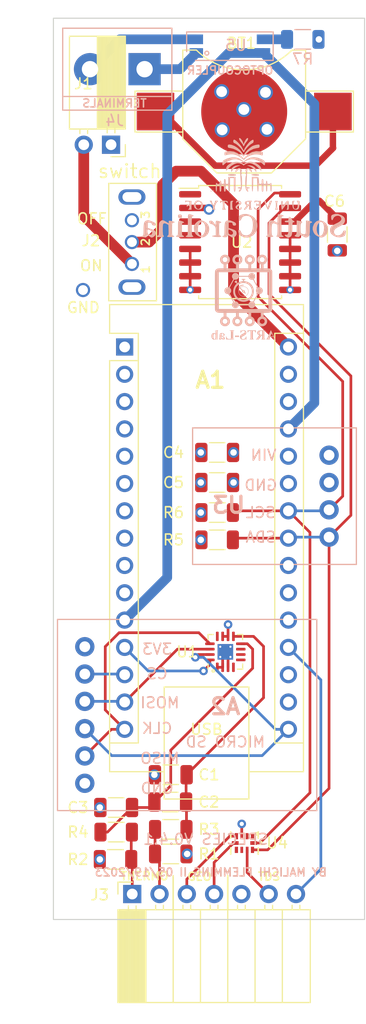
<source format=kicad_pcb>
(kicad_pcb (version 20221018) (generator pcbnew)
  (layers (0 "F.Cu" signal) (1 "In1.Cu" signal) (2 "In2.Cu" signal) (31 "B.Cu" signal) (34 "B.Paste" user) (35 "F.Paste" user) (36 "B.SilkS" user "B.Silkscreen") (37 "F.SilkS" user "F.Silkscreen") (38 "B.Mask" user) (39 "F.Mask" user) (44 "Edge.Cuts" user))
  (net 0 "")
  (net 4 "GND")
  (net 11 "5V0")
  (net 12 "TEMP_AMP_CS")
  (net 13 "SD_CS")
  (net 14 "MOSI")
  (net 15 "MISO")
  (net 16 "CLK")
  (net 17 "3V3")
  (net 19 "EC_DATA")
  (net 23 "SDA")
  (net 24 "SCL")
  (net 27 "Net-(J4-Pad1)")
  (net 29 "VIN")
  (net 30 "Net-(BT1-Pad1)")
  (net 31 "Net-(C1-Pad2)")
  (net 32 "Net-(C2-Pad2)")
  (net 33 "POWER")
  (net 35 "GEO_AMP_1")
  (net 36 "GEO_AMP_0")
  (net 37 "TEMP_AMP_1")
  (net 38 "TEMP_AMP_0")
  (net 51 "Net-(J4-Pad2)")
  (net 52 "Net-(R7-Pad1)")
  (footprint "Package_DFN_QFN:VQFN-16-1EP_3x3mm_P0.5mm_EP1.45x1.45mm_ThermalVias" (layer "F.Cu") (at 178.816 119.888 90)
    (fp_text reference "U1" (at 0 -3.556 180) (layer "F.SilkS"))
    (fp_text value "ADS1120-PW")
    (pad "1" smd roundrect (at -1.4375 -0.75 90) (size 0.875 0.25) (layers "F.Cu" "F.Paste" "F.Mask") (net 4 "GND"))
    (pad "2" smd roundrect (at -1.4375 -0.25 90) (size 0.875 0.25) (layers "F.Cu" "F.Paste" "F.Mask") (net 4 "GND"))
    (pad "3" smd roundrect (at -1.4375 0.25 90) (size 0.875 0.25) (layers "F.Cu" "F.Paste" "F.Mask") (net 4 "GND"))
    (pad "4" smd roundrect (at -1.4375 0.75 90) (size 0.875 0.25) (layers "F.Cu" "F.Paste" "F.Mask"))
    (pad "5" smd roundrect (at -0.75 1.4375 90) (size 0.25 0.875) (layers "F.Cu" "F.Paste" "F.Mask"))
    (pad "6" smd roundrect (at -0.25 1.4375 90) (size 0.25 0.875) (layers "F.Cu" "F.Paste" "F.Mask"))
    (pad "7" smd roundrect (at 0.25 1.4375 90) (size 0.25 0.875) (layers "F.Cu" "F.Paste" "F.Mask"))
    (pad "8" smd roundrect (at 0.75 1.4375 90) (size 0.25 0.875) (layers "F.Cu" "F.Paste" "F.Mask") (net 32 "Net-(C2-Pad2)"))
    (pad "9" smd roundrect (at 1.4375 0.75 90) (size 0.875 0.25) (layers "F.Cu" "F.Paste" "F.Mask") (net 31 "Net-(C1-Pad2)"))
    (pad "10" smd roundrect (at 1.4375 0.25 90) (size 0.875 0.25) (layers "F.Cu" "F.Paste" "F.Mask") (net 17 "3V3"))
    (pad "11" smd roundrect (at 1.4375 -0.25 90) (size 0.875 0.25) (layers "F.Cu" "F.Paste" "F.Mask") (net 17 "3V3"))
    (pad "12" smd roundrect (at 1.4375 -0.75 90) (size 0.875 0.25) (layers "F.Cu" "F.Paste" "F.Mask"))
    (pad "13" smd roundrect (at 0.75 -1.4375 90) (size 0.25 0.875) (layers "F.Cu" "F.Paste" "F.Mask") (net 15 "MISO"))
    (pad "14" smd roundrect (at 0.25 -1.4375 90) (size 0.25 0.875) (layers "F.Cu" "F.Paste" "F.Mask") (net 14 "MOSI"))
    (pad "15" smd roundrect (at -0.25 -1.4375 90) (size 0.25 0.875) (layers "F.Cu" "F.Paste" "F.Mask") (net 16 "CLK"))
    (pad "16" smd roundrect (at -0.75 -1.4375 90) (size 0.25 0.875) (layers "F.Cu" "F.Paste" "F.Mask") (net 12 "TEMP_AMP_CS"))
    (pad "17" thru_hole circle (at -0.475 -0.475 90) (size 0.5 0.5) (drill 0.2) (layers "*.Cu") (net 4 "GND"))
    (pad "17" thru_hole circle (at -0.475 0.475 90) (size 0.5 0.5) (drill 0.2) (layers "*.Cu") (net 4 "GND"))
    (pad "17" smd rect (at 0 0 90) (size 1.45 1.45) (layers "F.Cu" "F.Mask") (net 4 "GND"))
    (pad "17" smd rect (at 0 0 90) (size 1.45 1.45) (layers "B.Cu") (net 4 "GND"))
    (pad "17" thru_hole circle (at 0.475 -0.475 90) (size 0.5 0.5) (drill 0.2) (layers "*.Cu") (net 4 "GND"))
    (pad "17" thru_hole circle (at 0.475 0.475 90) (size 0.5 0.5) (drill 0.2) (layers "*.Cu") (net 4 "GND"))
  )
  (footprint "Resistor_SMD:R_1206_3216Metric" (layer "F.Cu") (at 168.5945 139.192 180)
    (fp_text reference "R2" (at 3.4945 0) (layer "F.SilkS"))
    (fp_text value "R_1MOhm")
    (pad "1" smd roundrect (at -1.4625 0 180) (size 1.125 1.75) (layers "F.Cu" "F.Paste" "F.Mask") (roundrect_rratio 0.222222) (net 37 "TEMP_AMP_1"))
    (pad "2" smd roundrect (at 1.4625 0 180) (size 1.125 1.75) (layers "F.Cu" "F.Paste" "F.Mask") (roundrect_rratio 0.222222) (net 4 "GND"))
  )
  (footprint "Connector_PinSocket_2.54mm:PinSocket_1x07_P2.54mm_Horizontal" (layer "F.Cu") (at 170.15 142.412 90)
    (fp_text reference "J3" (at -0.082 -3.018 180) (layer "F.SilkS"))
    (fp_text value "Conn_01x07_Female")
    (pad "1" thru_hole rect (at 0 0 90) (size 1.7 1.7) (drill 1) (layers "*.Cu" "*.Mask") (net 37 "TEMP_AMP_1"))
    (pad "2" thru_hole oval (at 0 2.54 90) (size 1.7 1.7) (drill 1) (layers "*.Cu" "*.Mask") (net 38 "TEMP_AMP_0"))
    (pad "3" thru_hole oval (at 0 5.08 90) (size 1.7 1.7) (drill 1) (layers "*.Cu" "*.Mask") (net 36 "GEO_AMP_0"))
    (pad "4" thru_hole oval (at 0 7.62 90) (size 1.7 1.7) (drill 1) (layers "*.Cu" "*.Mask") (net 35 "GEO_AMP_1"))
    (pad "5" thru_hole oval (at 0 10.16 90) (size 1.7 1.7) (drill 1) (layers "*.Cu" "*.Mask") (net 4 "GND"))
    (pad "6" thru_hole oval (at 0 12.7 90) (size 1.7 1.7) (drill 1) (layers "*.Cu" "*.Mask") (net 17 "3V3"))
    (pad "7" thru_hole oval (at 0 15.24 90) (size 1.7 1.7) (drill 1) (layers "*.Cu" "*.Mask") (net 19 "EC_DATA"))
  )
  (footprint "Connector_PinSocket_2.54mm:PinSocket_1x02_P2.54mm_Horizontal" (layer "F.Cu") (at 168.178 72.726 -90)
    (fp_text reference "J1" (at -5.67 2.57 180) (layer "F.SilkS"))
    (fp_text value "Conn_01x02_Female")
    (pad "1" thru_hole rect (at 0 0 270) (size 1.7 1.7) (drill 1) (layers "*.Cu" "*.Mask") (net 4 "GND"))
    (pad "2" thru_hole oval (at 0 2.54 270) (size 1.7 1.7) (drill 1) (layers "*.Cu" "*.Mask") (net 33 "POWER"))
  )
  (footprint "kitest:battery_holder_10mm" (layer "F.Cu") (at 180.57 69.64)
    (fp_text reference "BT1" (at -0.254 -6.35 180) (layer "F.SilkS"))
    (fp_text value "Battery_Cell")
    (pad "1" smd rect (at -8.255 0 270) (size 3.5 3.5) (layers "F.Cu" "F.Mask") (net 30 "Net-(BT1-Pad1)"))
    (pad "1" smd rect (at 8.255 0 270) (size 3.5 3.5) (layers "F.Cu" "F.Mask") (net 30 "Net-(BT1-Pad1)"))
    (pad "2" smd circle (at 0 0 270) (size 8 8) (layers "F.Cu" "F.Mask") (net 4 "GND"))
  )
  (footprint "Capacitor_SMD:C_1206_3216Metric" (layer "F.Cu") (at 178.054 104.14)
    (fp_text reference "C5" (at -4.064 0) (layer "F.SilkS"))
    (fp_text value "C_0.1uF")
    (pad "1" smd roundrect (at -1.475 0) (size 1.15 1.8) (layers "F.Cu" "F.Paste" "F.Mask") (roundrect_rratio 0.217391) (net 17 "3V3"))
    (pad "2" smd roundrect (at 1.475 0) (size 1.15 1.8) (layers "F.Cu" "F.Paste" "F.Mask") (roundrect_rratio 0.217391) (net 4 "GND"))
  )
  (footprint "Resistor_SMD:R_1206_3216Metric" (layer "F.Cu") (at 168.656 136.652)
    (fp_text reference "R4" (at -3.556 0) (layer "F.SilkS"))
    (fp_text value "R_800Ohm")
    (pad "1" smd roundrect (at -1.4625 0) (size 1.125 1.75) (layers "F.Cu" "F.Paste" "F.Mask") (roundrect_rratio 0.222222) (net 32 "Net-(C2-Pad2)"))
    (pad "2" smd roundrect (at 1.4625 0) (size 1.125 1.75) (layers "F.Cu" "F.Paste" "F.Mask") (roundrect_rratio 0.222222) (net 37 "TEMP_AMP_1"))
  )
  (footprint "Resistor_SMD:R_1206_3216Metric" (layer "F.Cu") (at 173.736 138.684 180)
    (fp_text reference "R1" (at -3.556 0) (layer "F.SilkS"))
    (fp_text value "R_1MOhm")
    (pad "1" smd roundrect (at -1.4625 0 180) (size 1.125 1.75) (layers "F.Cu" "F.Paste" "F.Mask") (roundrect_rratio 0.222222) (net 17 "3V3"))
    (pad "2" smd roundrect (at 1.4625 0 180) (size 1.125 1.75) (layers "F.Cu" "F.Paste" "F.Mask") (roundrect_rratio 0.222222) (net 38 "TEMP_AMP_0"))
  )
  (footprint "Resistor_SMD:R_1206_3216Metric" (layer "F.Cu") (at 178.054 109.474)
    (fp_text reference "R5" (at -4.064 0) (layer "F.SilkS"))
    (fp_text value "R_Small_US")
    (pad "1" smd roundrect (at -1.4625 0) (size 1.125 1.75) (layers "F.Cu" "F.Paste" "F.Mask") (roundrect_rratio 0.222222) (net 17 "3V3"))
    (pad "2" smd roundrect (at 1.4625 0) (size 1.125 1.75) (layers "F.Cu" "F.Paste" "F.Mask") (roundrect_rratio 0.222222) (net 23 "SDA"))
  )
  (footprint "Capacitor_SMD:C_1206_3216Metric" (layer "F.Cu") (at 173.687 133.858 180)
    (fp_text reference "C2" (at -3.605 0) (layer "F.SilkS"))
    (fp_text value "C_0.47uF")
    (pad "1" smd roundrect (at -1.475 0 180) (size 1.15 1.8) (layers "F.Cu" "F.Paste" "F.Mask") (roundrect_rratio 0.217391) (net 31 "Net-(C1-Pad2)"))
    (pad "2" smd roundrect (at 1.475 0 180) (size 1.15 1.8) (layers "F.Cu" "F.Paste" "F.Mask") (roundrect_rratio 0.217391) (net 32 "Net-(C2-Pad2)"))
  )
  (footprint "kitest:grounded_switch" (layer "F.Cu") (at 165.042 81.78 90)
    (fp_text reference "J2" (at 0.13 1.268 180) (layer "F.SilkS"))
    (fp_text value "XLR3_Switched")
    (fp_text user "switch" (at 6.596 4.884 180) (layer "F.SilkS") (effects (font (size 1.27 1.27))))
    (fp_text user "1" (at -2.54 6.35 90) (layer "F.SilkS") (effects (font (size 0.75 0.75))))
    (fp_text user "3" (at 2.54 6.35 90) (layer "F.SilkS") (effects (font (size 0.75 0.75))))
    (fp_text user "2" (at 0 6.35 90) (layer "F.SilkS") (effects (font (size 0.75 0.75))))
    (pad "" thru_hole oval (at -4.191 5.08 180) (size 2.524 1.424) (drill oval 1.76 0.914) (layers "*.Cu" "*.Mask"))
    (pad "" thru_hole oval (at 4.191 5.08 180) (size 2.524 1.424) (drill oval 1.76 0.914) (layers "*.Cu" "*.Mask"))
    (pad "1" thru_hole circle (at -2.032 5.08 90) (size 1.324 1.324) (drill 0.914) (layers "*.Cu" "*.Mask") (net 33 "POWER"))
    (pad "2" thru_hole circle (at 0 5.08 90) (size 1.324 1.324) (drill 0.914) (layers "*.Cu" "*.Mask") (net 29 "VIN"))
    (pad "3" thru_hole circle (at 2.032 5.08 90) (size 1.324 1.324) (drill 0.914) (layers "*.Cu" "*.Mask"))
  )
  (footprint "Module:Arduino_Nano" (layer "F.Cu") (at 169.445 91.535)
    (fp_text reference "A1" (at 7.975 3.075) (layer "F.SilkS") (effects (font (size 1.5 1.5) (thickness 0.3))))
    (fp_text value "Arduino_Nano_v3.x")
    (fp_text user "USB" (at 7.62 35.56 unlocked) (layer "F.SilkS"))
    (pad "1" thru_hole rect (at 0 0) (size 1.6 1.6) (drill 1) (layers "*.Cu" "*.Mask"))
    (pad "2" thru_hole oval (at 0 2.54) (size 1.6 1.6) (drill 1) (layers "*.Cu" "*.Mask"))
    (pad "3" thru_hole oval (at 0 5.08) (size 1.6 1.6) (drill 1) (layers "*.Cu" "*.Mask"))
    (pad "4" thru_hole oval (at 0 7.62) (size 1.6 1.6) (drill 1) (layers "*.Cu" "*.Mask") (net 4 "GND"))
    (pad "5" thru_hole oval (at 0 10.16) (size 1.6 1.6) (drill 1) (layers "*.Cu" "*.Mask"))
    (pad "6" thru_hole oval (at 0 12.7) (size 1.6 1.6) (drill 1) (layers "*.Cu" "*.Mask"))
    (pad "7" thru_hole oval (at 0 15.24) (size 1.6 1.6) (drill 1) (layers "*.Cu" "*.Mask"))
    (pad "8" thru_hole oval (at 0 17.78) (size 1.6 1.6) (drill 1) (layers "*.Cu" "*.Mask"))
    (pad "9" thru_hole oval (at 0 20.32) (size 1.6 1.6) (drill 1) (layers "*.Cu" "*.Mask"))
    (pad "10" thru_hole oval (at 0 22.86) (size 1.6 1.6) (drill 1) (layers "*.Cu" "*.Mask"))
    (pad "11" thru_hole oval (at 0 25.4) (size 1.6 1.6) (drill 1) (layers "*.Cu" "*.Mask") (net 11 "5V0"))
    (pad "12" thru_hole oval (at 0 27.94) (size 1.6 1.6) (drill 1) (layers "*.Cu" "*.Mask") (net 12 "TEMP_AMP_CS"))
    (pad "13" thru_hole oval (at 0 30.48) (size 1.6 1.6) (drill 1) (layers "*.Cu" "*.Mask") (net 13 "SD_CS"))
    (pad "14" thru_hole oval (at 0 33.02) (size 1.6 1.6) (drill 1) (layers "*.Cu" "*.Mask") (net 14 "MOSI"))
    (pad "15" thru_hole oval (at 0 35.56) (size 1.6 1.6) (drill 1) (layers "*.Cu" "*.Mask") (net 15 "MISO"))
    (pad "16" thru_hole oval (at 15.24 35.56) (size 1.6 1.6) (drill 1) (layers "*.Cu" "*.Mask") (net 16 "CLK"))
    (pad "17" thru_hole oval (at 15.24 33.02) (size 1.6 1.6) (drill 1) (layers "*.Cu" "*.Mask") (net 17 "3V3"))
    (pad "18" thru_hole oval (at 15.24 30.48) (size 1.6 1.6) (drill 1) (layers "*.Cu" "*.Mask"))
    (pad "19" thru_hole oval (at 15.24 27.94) (size 1.6 1.6) (drill 1) (layers "*.Cu" "*.Mask") (net 19 "EC_DATA"))
    (pad "20" thru_hole oval (at 15.24 25.4) (size 1.6 1.6) (drill 1) (layers "*.Cu" "*.Mask"))
    (pad "21" thru_hole oval (at 15.24 22.86) (size 1.6 1.6) (drill 1) (layers "*.Cu" "*.Mask"))
    (pad "22" thru_hole oval (at 15.24 20.32) (size 1.6 1.6) (drill 1) (layers "*.Cu" "*.Mask"))
    (pad "23" thru_hole oval (at 15.24 17.78) (size 1.6 1.6) (drill 1) (layers "*.Cu" "*.Mask") (net 23 "SDA"))
    (pad "24" thru_hole oval (at 15.24 15.24) (size 1.6 1.6) (drill 1) (layers "*.Cu" "*.Mask") (net 24 "SCL"))
    (pad "25" thru_hole oval (at 15.24 12.7) (size 1.6 1.6) (drill 1) (layers "*.Cu" "*.Mask"))
    (pad "26" thru_hole oval (at 15.24 10.16) (size 1.6 1.6) (drill 1) (layers "*.Cu" "*.Mask"))
    (pad "27" thru_hole oval (at 15.24 7.62) (size 1.6 1.6) (drill 1) (layers "*.Cu" "*.Mask") (net 11 "5V0"))
    (pad "28" thru_hole oval (at 15.24 5.08) (size 1.6 1.6) (drill 1) (layers "*.Cu" "*.Mask"))
    (pad "29" thru_hole oval (at 15.24 2.54) (size 1.6 1.6) (drill 1) (layers "*.Cu" "*.Mask") (net 4 "GND"))
    (pad "30" thru_hole oval (at 15.24 0) (size 1.6 1.6) (drill 1) (layers "*.Cu" "*.Mask") (net 29 "VIN"))
  )
  (footprint "Capacitor_SMD:C_1206_3216Metric" (layer "F.Cu") (at 168.656 134.366 180)
    (fp_text reference "C3" (at 3.556 0) (layer "F.SilkS"))
    (fp_text value "C_0.047uF")
    (pad "1" smd roundrect (at -1.475 0 180) (size 1.15 1.8) (layers "F.Cu" "F.Paste" "F.Mask") (roundrect_rratio 0.217391) (net 32 "Net-(C2-Pad2)"))
    (pad "2" smd roundrect (at 1.475 0 180) (size 1.15 1.8) (layers "F.Cu" "F.Paste" "F.Mask") (roundrect_rratio 0.217391) (net 4 "GND"))
  )
  (footprint "kitest:10X2QFN" (layer "F.Cu") (at 180.594 137.668 -90)
    (fp_text reference "U4" (at -0.01 -3.048 unlocked) (layer "F.SilkS"))
    (fp_text value "ADS1115IDGS")
    (pad "1" smd rect (at -0.635 -0.750001) (size 0.3 0.58) (layers "F.Cu" "F.Mask"))
    (pad "2" smd rect (at -0.635 -0.25) (size 0.249936 0.579882) (layers "F.Cu" "F.Paste" "F.Mask"))
    (pad "3" smd rect (at -0.635 0.25) (size 0.249936 0.579882) (layers "F.Cu" "F.Paste" "F.Mask") (net 4 "GND"))
    (pad "4" smd rect (at -0.635 0.750001) (size 0.3 0.58) (layers "F.Cu" "F.Mask") (net 36 "GEO_AMP_0"))
    (pad "5" smd rect (at 0 0.860001 270) (size 0.35 0.63) (layers "F.Cu" "F.Paste" "F.Mask") (net 35 "GEO_AMP_1"))
    (pad "6" smd rect (at 0.635 0.750001) (size 0.3 0.58) (layers "F.Cu" "F.Mask"))
    (pad "7" smd rect (at 0.635 0.25) (size 0.249936 0.579882) (layers "F.Cu" "F.Paste" "F.Mask"))
    (pad "8" smd rect (at 0.635 -0.25) (size 0.249936 0.579882) (layers "F.Cu" "F.Paste" "F.Mask") (net 17 "3V3"))
    (pad "9" smd rect (at 0.635 -0.750001) (size 0.3 0.58) (layers "F.Cu" "F.Mask") (net 23 "SDA"))
    (pad "10" smd rect (at 0 -0.860001 270) (size 0.35 0.63) (layers "F.Cu" "F.Paste" "F.Mask") (net 24 "SCL"))
  )
  (footprint "Package_SO:SOIC-16W_7.5x10.3mm_P1.27mm" (layer "F.Cu") (at 180.19 81.78)
    (fp_text reference "U2" (at 0.15 0.008) (layer "F.SilkS"))
    (fp_text value "DS3231M")
    (pad "1" smd roundrect (at -4.65 -4.445) (size 2.05 0.6) (layers "F.Cu" "F.Paste" "F.Mask"))
    (pad "2" smd roundrect (at -4.65 -3.175) (size 2.05 0.6) (layers "F.Cu" "F.Paste" "F.Mask") (net 17 "3V3"))
    (pad "3" smd roundrect (at -4.65 -1.905) (size 2.05 0.6) (layers "F.Cu" "F.Paste" "F.Mask"))
    (pad "4" smd roundrect (at -4.65 -0.635) (size 2.05 0.6) (layers "F.Cu" "F.Paste" "F.Mask"))
    (pad "5" smd roundrect (at -4.65 0.635) (size 2.05 0.6) (layers "F.Cu" "F.Paste" "F.Mask") (net 4 "GND"))
    (pad "6" smd roundrect (at -4.65 1.905) (size 2.05 0.6) (layers "F.Cu" "F.Paste" "F.Mask") (net 4 "GND"))
    (pad "7" smd roundrect (at -4.65 3.175) (size 2.05 0.6) (layers "F.Cu" "F.Paste" "F.Mask") (net 4 "GND"))
    (pad "8" smd roundrect (at -4.65 4.445) (size 2.05 0.6) (layers "F.Cu" "F.Paste" "F.Mask") (net 4 "GND"))
    (pad "9" smd roundrect (at 4.65 4.445) (size 2.05 0.6) (layers "F.Cu" "F.Paste" "F.Mask") (net 4 "GND"))
    (pad "10" smd roundrect (at 4.65 3.175) (size 2.05 0.6) (layers "F.Cu" "F.Paste" "F.Mask") (net 4 "GND"))
    (pad "11" smd roundrect (at 4.65 1.905) (size 2.05 0.6) (layers "F.Cu" "F.Paste" "F.Mask") (net 4 "GND"))
    (pad "12" smd roundrect (at 4.65 0.635) (size 2.05 0.6) (layers "F.Cu" "F.Paste" "F.Mask") (net 4 "GND"))
    (pad "13" smd roundrect (at 4.65 -0.635) (size 2.05 0.6) (layers "F.Cu" "F.Paste" "F.Mask") (net 4 "GND"))
    (pad "14" smd roundrect (at 4.65 -1.905) (size 2.05 0.6) (layers "F.Cu" "F.Paste" "F.Mask") (net 30 "Net-(BT1-Pad1)"))
    (pad "15" smd roundrect (at 4.65 -3.175) (size 2.05 0.6) (layers "F.Cu" "F.Paste" "F.Mask") (net 23 "SDA"))
    (pad "16" smd roundrect (at 4.65 -4.445) (size 2.05 0.6) (layers "F.Cu" "F.Paste" "F.Mask") (net 24 "SCL"))
  )
  (footprint "Capacitor_SMD:C_1206_3216Metric" (layer "F.Cu") (at 173.736 131.318)
    (fp_text reference "C1" (at 3.556 0) (layer "F.SilkS"))
    (fp_text value "C_0.047uF")
    (pad "1" smd roundrect (at -1.475 0) (size 1.15 1.8) (layers "F.Cu" "F.Paste" "F.Mask") (roundrect_rratio 0.217391) (net 4 "GND"))
    (pad "2" smd roundrect (at 1.475 0) (size 1.15 1.8) (layers "F.Cu" "F.Paste" "F.Mask") (roundrect_rratio 0.217391) (net 31 "Net-(C1-Pad2)"))
  )
  (footprint "Capacitor_SMD:C_1206_3216Metric" (layer "F.Cu") (at 189.23 81.075 90)
    (fp_text reference "C6" (at 3.097 -0.254 180) (layer "F.SilkS"))
    (fp_text value "C_Small")
    (pad "1" smd roundrect (at -1.475 0 90) (size 1.15 1.8) (layers "F.Cu" "F.Paste" "F.Mask") (roundrect_rratio 0.217391) (net 4 "GND"))
    (pad "2" smd roundrect (at 1.475 0 90) (size 1.15 1.8) (layers "F.Cu" "F.Paste" "F.Mask") (roundrect_rratio 0.217391) (net 30 "Net-(BT1-Pad1)"))
  )
  (footprint "Resistor_SMD:R_1206_3216Metric" (layer "F.Cu") (at 178.054 106.934)
    (fp_text reference "R6" (at -4.064 0) (layer "F.SilkS"))
    (fp_text value "R_Small_US")
    (pad "1" smd roundrect (at -1.4625 0) (size 1.125 1.75) (layers "F.Cu" "F.Paste" "F.Mask") (roundrect_rratio 0.222222) (net 17 "3V3"))
    (pad "2" smd roundrect (at 1.4625 0) (size 1.125 1.75) (layers "F.Cu" "F.Paste" "F.Mask") (roundrect_rratio 0.222222) (net 24 "SCL"))
  )
  (footprint "Resistor_SMD:R_1206_3216Metric" (layer "F.Cu") (at 173.736 136.398 180)
    (fp_text reference "R3" (at -3.556 0) (layer "F.SilkS"))
    (fp_text value "R_800Ohm")
    (pad "1" smd roundrect (at -1.4625 0 180) (size 1.125 1.75) (layers "F.Cu" "F.Paste" "F.Mask") (roundrect_rratio 0.222222) (net 31 "Net-(C1-Pad2)"))
    (pad "2" smd roundrect (at 1.4625 0 180) (size 1.125 1.75) (layers "F.Cu" "F.Paste" "F.Mask") (roundrect_rratio 0.222222) (net 38 "TEMP_AMP_0"))
  )
  (footprint "Capacitor_SMD:C_1206_3216Metric" (layer "F.Cu") (at 178.054 101.346)
    (fp_text reference "C4" (at -4.064 0) (layer "F.SilkS"))
    (fp_text value "C_0.1uF")
    (pad "1" smd roundrect (at -1.475 0) (size 1.15 1.8) (layers "F.Cu" "F.Paste" "F.Mask") (roundrect_rratio 0.217391) (net 17 "3V3"))
    (pad "2" smd roundrect (at 1.475 0) (size 1.15 1.8) (layers "F.Cu" "F.Paste" "F.Mask") (roundrect_rratio 0.217391) (net 4 "GND"))
  )
  (footprint "kitest:SD Module" (layer "B.Cu") (at 177.165 135.922 180)
    (fp_text reference "A2" (at -1.651 10.954) (layer "B.SilkS") (effects (font (size 1.5 1.5) (thickness 0.3)) (justify mirror)))
    (fp_text value "SD_Card_Module")
    (fp_text user "3V3" (at 4.699 16.288) (layer "B.SilkS") (effects (justify mirror)))
    (fp_text user "CLK" (at 4.699 8.922) (layer "B.SilkS") (effects (justify mirror)))
    (fp_text user "MICRO SD" (at -1.651 7.652) (layer "B.SilkS") (effects (justify mirror)))
    (fp_text user "MOSI" (at 4.445 11.303) (layer "B.SilkS") (effects (justify mirror)))
    (fp_text user "CS" (at 4.699 14.002) (layer "B.SilkS") (effects (justify mirror)))
    (fp_text user "MISO" (at 4.445 6.128) (layer "B.SilkS") (effects (justify mirror)))
    (fp_text user "GND" (at 4.699 3.334) (layer "B.SilkS") (effects (justify mirror)))
    (pad "1" thru_hole circle (at 11.43 16.51 180) (size 1.8 1.8) (drill 1) (layers "*.Cu" "*.Mask") (net 17 "3V3"))
    (pad "2" thru_hole circle (at 11.43 13.97 180) (size 1.8 1.8) (drill 1) (layers "*.Cu" "*.Mask") (net 13 "SD_CS"))
    (pad "3" thru_hole circle (at 11.43 11.43 180) (size 1.8 1.8) (drill 1) (layers "*.Cu" "*.Mask") (net 14 "MOSI"))
    (pad "4" thru_hole circle (at 11.43 8.89 180) (size 1.8 1.8) (drill 1) (layers "*.Cu" "*.Mask") (net 16 "CLK"))
    (pad "5" thru_hole circle (at 11.43 6.35 180) (size 1.8 1.8) (drill 1) (layers "*.Cu" "*.Mask") (net 15 "MISO"))
    (pad "6" thru_hole circle (at 11.43 3.81 180) (size 1.8 1.8) (drill 1) (layers "*.Cu" "*.Mask") (net 4 "GND"))
  )
  (footprint "footprints:Vishay_VOS615A" (layer "B.Cu") (at 179.24 63.56)
    (fp_text reference "U5" (at 0.55 -0.075 180) (layer "B.SilkS") (effects (justify mirror)))
    (fp_text value "VO615A")
    (pad "1" smd rect (at -3.125 0.635) (size 1.25 0.9) (layers "B.Cu" "B.Paste" "B.Mask") (net 27 "Net-(J4-Pad1)"))
    (pad "2" smd rect (at -3.125 -0.635) (size 1.25 0.9) (layers "B.Cu" "B.Paste" "B.Mask") (net 51 "Net-(J4-Pad2)"))
    (pad "3" smd rect (at 3.125 -0.635) (size 1.25 0.9) (layers "B.Cu" "B.Paste" "B.Mask") (net 52 "Net-(R7-Pad1)"))
    (pad "4" smd rect (at 3.125 0.635) (size 1.25 0.9) (layers "B.Cu" "B.Paste" "B.Mask") (net 11 "5V0"))
  )
  (footprint "TerminalBlock:TerminalBlock_bornier-2_P5.08mm" (layer "B.Cu") (at 171.3 65.7 180)
    (fp_text reference "J4" (at 2.78 -4.78) (layer "B.SilkS") (effects (justify mirror)))
    (fp_text value "Screw_Terminal")
    (pad "1" thru_hole rect (at 0 0 180) (size 3 3) (drill 1.52) (layers "*.Cu" "*.Mask") (net 27 "Net-(J4-Pad1)"))
    (pad "2" thru_hole circle (at 5.08 0 180) (size 3 3) (drill 1.52) (layers "*.Cu" "*.Mask") (net 51 "Net-(J4-Pad2)"))
  )
  (footprint "Resistor_SMD:R_1206_3216Metric" (layer "B.Cu") (at 186.02 62.93)
    (fp_text reference "R7" (at 0 1.82) (layer "B.SilkS") (effects (justify mirror)))
    (fp_text value "R_1.9kOhm")
    (pad "1" smd roundrect (at -1.4625 0) (size 1.125 1.75) (layers "B.Cu" "B.Paste" "B.Mask") (roundrect_rratio 0.222222) (net 52 "Net-(R7-Pad1)"))
    (pad "2" smd roundrect (at 1.4625 0) (size 1.125 1.75) (layers "B.Cu" "B.Paste" "B.Mask") (roundrect_rratio 0.222222) (net 4 "GND"))
  )
  (footprint "kitest:TDS_module" (layer "B.Cu") (at 183.388 105.41)
    (fp_text reference "U3" (at -4.268 0.83) (layer "B.SilkS") (effects (font (size 1.5 1.5) (thickness 0.3)) (justify mirror)))
    (fp_text value "4023")
    (fp_text user "SDA" (at -1.27 3.81) (layer "B.SilkS") (effects (justify mirror)))
    (fp_text user "SCL" (at -1.27 1.524) (layer "B.SilkS") (effects (justify mirror)))
    (fp_text user "VIN" (at -1.016 -3.81) (layer "B.SilkS") (effects (justify mirror)))
    (fp_text user "GND" (at -1.27 -1.016) (layer "B.SilkS") (effects (justify mirror)))
    (pad "10" thru_hole circle (at 5.08 -1.27) (size 1.8 1.8) (drill 1) (layers "*.Cu" "*.Mask") (net 4 "GND"))
    (pad "11" thru_hole circle (at 5.08 1.27) (size 1.8 1.8) (drill 1) (layers "*.Cu" "*.Mask") (net 24 "SCL"))
    (pad "12" thru_hole circle (at 5.08 3.81) (size 1.8 1.8) (drill 1) (layers "*.Cu" "*.Mask") (net 23 "SDA"))
    (pad "13" thru_hole circle (at 5.08 -3.81) (size 1.8 1.8) (drill 1) (layers "*.Cu" "*.Mask") (net 17 "3V3"))
  )
  (footprint "kitest:ARTS_lab_logo" (layer "B.Cu") (at 180.52 86.9 180)
    (fp_text reference "G***" hide)
    (fp_text value "LOGO" hide)
  )
  (footprint "kitest:uofsc_logo_0_75in" (layer "B.Cu") (at 180.521388 76.682931 180)
    (fp_text reference "G***" hide)
    (fp_text value "LOGO" hide)
  )
  (gr_line (start 179.04 143.872) (end 179.04 140.7) (stroke (width 0.15)) (layer "F.SilkS"))
  (gr_line (start 173.96 143.83) (end 173.96 140.72) (stroke (width 0.15)) (layer "F.SilkS"))
  (gr_rect (start 162.814 60.96) (end 191.77 144.78) (stroke (width 0.1)) (fill none) (layer "Edge.Cuts"))
  (gr_text "BY MALICHI FLEMMING II 05/19/2023" (at 177.47 140.39) (layer "B.SilkS") (effects (font (size 0.75 0.75)) (justify mirror)))
  (gr_text "SPECIES V0.4.1" (at 176.98 137.32) (layer "B.SilkS") (effects (font (size 1 1)) (justify mirror)))
  (gr_text "TERMINALS" (at 168.5 68.87) (layer "B.SilkS") (effects (font (size 0.75 0.75)) (justify mirror)))
  (gr_text "OPTOCOUPLER" (at 179.26 65.81) (layer "B.SilkS") (effects (font (size 0.75 0.75)) (justify mirror)))
  (gr_text "ON" (at 166.34 83.97) (layer "F.SilkS") (effects (font (size 1 1))))
  (gr_text "GND" (at 165.6 87.87) (layer "F.SilkS") (effects (font (size 1 1))))
  (gr_text "THERMO" (at 171.29 140.74) (layer "F.SilkS") (effects (font (size 0.75 0.75))))
  (gr_text "OFF" (at 166.41 79.61) (layer "F.SilkS") (effects (font (size 1 1))))
  (gr_text "GEO" (at 176.4 140.79) (layer "F.SilkS") (effects (font (size 0.75 0.75))))
  (gr_text "TDS" (at 182.89 140.78) (layer "F.SilkS") (effects (font (size 0.75 0.75))))
  (segment (start 178.066 121.3255) (end 178.566 121.3255) (width 0.25) (layer "F.Cu") (net 4))
  (segment (start 175.54 82.415) (end 175.54 86.225) (width 0.25) (layer "F.Cu") (net 4))
  (segment (start 184.84 81.145) (end 184.84 86.225) (width 0.25) (layer "F.Cu") (net 4))
  (segment (start 179.291 120.363) (end 179.066 120.588) (width 0.25) (layer "F.Cu") (net 4))
  (segment (start 180.344 135.894) (end 180.34 135.89) (width 0.25) (layer "F.Cu") (net 4))
  (segment (start 178.566 120.588) (end 178.566 121.3255) (width 0.25) (layer "F.Cu") (net 4))
  (segment (start 179.066 120.588) (end 179.066 121.3255) (width 0.25) (layer "F.Cu") (net 4))
  (segment (start 178.341 120.363) (end 178.566 120.588) (width 0.25) (layer "F.Cu") (net 4))
  (segment (start 180.344 137.033) (end 180.344 135.894) (width 0.25) (layer "F.Cu") (net 4))
  (via (at 182.69 71.3) (size 1.4) (drill 1) (layers "F.Cu" "B.Cu") (net 4))
  (via (at 178.52 71.34) (size 1.4) (drill 1) (layers "F.Cu" "B.Cu") (net 4))
  (via (at 178.47 67.79) (size 1.4) (drill 1) (layers "F.Cu" "B.Cu") (net 4))
  (via (at 180.34 135.89) (size 0.8) (drill 0.4) (layers "F.Cu" "B.Cu") (net 4))
  (via (at 172.212 131.318) (size 1) (drill 0.6) (layers "F.Cu" "B.Cu") (net 4))
  (via (at 167.132 139.192) (size 1) (drill 0.6) (layers "F.Cu" "B.Cu") (net 4))
  (via (at 189.23 82.599) (size 1) (drill 0.6) (layers "F.Cu" "B.Cu") (net 4))
  (via (at 165.57 86.24) (size 1.324) (drill 0.914) (layers "F.Cu" "B.Cu") (net 4))
  (via (at 167.132 134.366) (size 1) (drill 0.6) (layers "F.Cu" "B.Cu") (net 4))
  (via (at 184.84 86.225) (size 0.7) (drill 0.4) (layers "F.Cu" "B.Cu") (net 4))
  (via (at 182.55 67.86) (size 1.4) (drill 1) (layers "F.Cu" "B.Cu") (net 4))
  (via (at 187.52 62.93) (size 1) (drill 0.6) (layers "F.Cu" "B.Cu") (net 4))
  (via (at 180.54 69.45) (size 1.4) (drill 1) (layers "F.Cu" "B.Cu") (net 4))
  (via (at 175.54 86.225) (size 0.7) (drill 0.4) (layers "F.Cu" "B.Cu") (net 4))
  (via (at 179.578 101.346) (size 1) (drill 0.6) (layers "F.Cu" "B.Cu") (net 4))
  (via (at 179.578 104.14) (size 1) (drill 0.6) (layers "F.Cu" "B.Cu") (net 4))
  (segment (start 187.1 96.74) (end 184.685 99.155) (width 0.9) (layer "B.Cu") (net 11))
  (segment (start 173.41 112.97) (end 169.445 116.935) (width 0.9) (layer "B.Cu") (net 11))
  (segment (start 182.365 64.195) (end 179.125 64.195) (width 0.9) (layer "B.Cu") (net 11))
  (segment (start 173.41 69.91) (end 173.41 112.97) (width 0.9) (layer "B.Cu") (net 11))
  (segment (start 187.1 68.93) (end 187.1 96.74) (width 0.9) (layer "B.Cu") (net 11))
  (segment (start 182.365 64.195) (end 187.1 68.93) (width 0.9) (layer "B.Cu") (net 11))
  (segment (start 179.125 64.195) (end 173.41 69.91) (width 0.9) (layer "B.Cu") (net 11))
  (segment (start 177.3785 121.0715) (end 176.784 121.666) (width 0.25) (layer "F.Cu") (net 12))
  (segment (start 177.3785 120.638) (end 177.3785 121.0715) (width 0.25) (layer "F.Cu") (net 12))
  (via (at 176.784 121.666) (size 0.8) (drill 0.4) (layers "F.Cu" "B.Cu") (net 12))
  (segment (start 171.636 121.666) (end 169.445 119.475) (width 0.25) (layer "B.Cu") (net 12))
  (segment (start 176.784 121.666) (end 171.636 121.666) (width 0.25) (layer "B.Cu") (net 12))
  (segment (start 169.382 121.952) (end 169.445 122.015) (width 0.25) (layer "B.Cu") (net 13))
  (segment (start 165.735 121.952) (end 169.382 121.952) (width 0.25) (layer "B.Cu") (net 13))
  (segment (start 177.3785 119.638) (end 174.362 119.638) (width 0.25) (layer "F.Cu") (net 14))
  (segment (start 174.362 119.638) (end 169.445 124.555) (width 0.25) (layer "F.Cu") (net 14))
  (segment (start 169.382 124.492) (end 169.445 124.555) (width 0.25) (layer "B.Cu") (net 14))
  (segment (start 165.735 124.492) (end 169.382 124.492) (width 0.25) (layer "B.Cu") (net 14))
  (segment (start 169.445 127.095) (end 168.212 127.095) (width 0.25) (layer "F.Cu") (net 15))
  (segment (start 169.445 127.095) (end 167.64 125.29) (width 0.25) (layer "F.Cu") (net 15))
  (segment (start 167.64 125.29) (end 167.64 119.399009) (width 0.25) (layer "F.Cu") (net 15))
  (segment (start 167.64 119.399009) (end 168.929009 118.11) (width 0.25) (layer "F.Cu") (net 15))
  (segment (start 176.3505 118.11) (end 177.3785 119.138) (width 0.25) (layer "F.Cu") (net 15))
  (segment (start 168.212 127.095) (end 165.735 129.572) (width 0.25) (layer "F.Cu") (net 15))
  (segment (start 168.929009 118.11) (end 176.3505 118.11) (width 0.25) (layer "F.Cu") (net 15))
  (segment (start 176.28 120.138) (end 176.022 120.396) (width 0.25) (layer "F.Cu") (net 16))
  (segment (start 177.3785 120.138) (end 176.28 120.138) (width 0.25) (layer "F.Cu") (net 16))
  (via (at 176.022 120.396) (size 0.8) (drill 0.4) (layers "F.Cu" "B.Cu") (net 16))
  (segment (start 176.784 120.396) (end 176.022 120.396) (width 0.25) (layer "B.Cu") (net 16))
  (segment (start 165.735 127.032) (end 168.243 129.54) (width 0.25) (layer "B.Cu") (net 16))
  (segment (start 184.685 127.095) (end 183.483 127.095) (width 0.25) (layer "B.Cu") (net 16))
  (segment (start 182.24 129.54) (end 184.685 127.095) (width 0.25) (layer "B.Cu") (net 16))
  (segment (start 183.483 127.095) (end 176.784 120.396) (width 0.25) (layer "B.Cu") (net 16))
  (segment (start 168.243 129.54) (end 182.24 129.54) (width 0.25) (layer "B.Cu") (net 16))
  (segment (start 177.157 78.605) (end 177.292 78.74) (width 0.6) (layer "F.Cu") (net 17))
  (segment (start 180.844 140.406) (end 182.85 142.412) (width 0.25) (layer "F.Cu") (net 17))
  (segment (start 180.844 138.303) (end 180.844 140.406) (width 0.25) (layer "F.Cu") (net 17))
  (segment (start 175.54 78.605) (end 177.157 78.605) (width 0.6) (layer "F.Cu") (net 17))
  (segment (start 179.066 118.4505) (end 179.066 117.352) (width 0.25) (layer "F.Cu") (net 17))
  (segment (start 179.066 117.352) (end 179.07 117.348) (width 0.25) (layer "F.Cu") (net 17))
  (segment (start 179.066 118.4505) (end 178.566 118.4505) (width 0.25) (layer "F.Cu") (net 17))
  (via (at 176.53 104.14) (size 1) (drill 0.6) (layers "F.Cu" "B.Cu") (net 17))
  (via (at 176.53 109.474) (size 1) (drill 0.6) (layers "F.Cu" "B.Cu") (net 17))
  (via (at 175.26 138.684) (size 1) (drill 0.6) (layers "F.Cu" "B.Cu") (net 17))
  (via (at 176.53 106.934) (size 1) (drill 0.6) (layers "F.Cu" "B.Cu") (net 17))
  (via (at 179.07 117.348) (size 0.8) (drill 0.4) (layers "F.Cu" "B.Cu") (net 17))
  (via (at 176.53 101.346) (size 1) (drill 0.6) (layers "F.Cu" "B.Cu") (net 17))
  (via (at 177.292 78.74) (size 1) (drill 0.6) (layers "F.Cu" "B.Cu") (net 17))
  (segment (start 187.706 122.496) (end 187.706 140.096) (width 0.25) (layer "B.Cu") (net 19))
  (segment (start 184.685 119.475) (end 187.706 122.496) (width 0.25) (layer "B.Cu") (net 19))
  (segment (start 187.706 140.096) (end 185.39 142.412) (width 0.25) (layer "B.Cu") (net 19))
  (segment (start 184.285 78.605) (end 184.84 78.605) (width 0.25) (layer "F.Cu") (net 23))
  (segment (start 182.88 80.01) (end 184.285 78.605) (width 0.25) (layer "F.Cu") (net 23))
  (segment (start 188.468 109.22) (end 188.468 132.588) (width 0.25) (layer "F.Cu") (net 23))
  (segment (start 190.5 94.234) (end 182.88 86.614) (width 0.25) (layer "F.Cu") (net 23))
  (segment (start 182.88 86.614) (end 182.88 80.01) (width 0.25) (layer "F.Cu") (net 23))
  (segment (start 188.468 109.22) (end 190.5 107.188) (width 0.25) (layer "F.Cu") (net 23))
  (segment (start 179.6755 109.315) (end 184.685 109.315) (width 0.25) (layer "F.Cu") (net 23))
  (segment (start 188.468 132.588) (end 182.753 138.303) (width 0.25) (layer "F.Cu") (net 23))
  (segment (start 190.5 107.188) (end 190.5 94.234) (width 0.25) (layer "F.Cu") (net 23))
  (segment (start 179.5165 109.474) (end 179.6755 109.315) (width 0.25) (layer "F.Cu") (net 23))
  (segment (start 182.753 138.303) (end 181.344001 138.303) (width 0.25) (layer "F.Cu") (net 23))
  (segment (start 188.468 109.22) (end 184.78 109.22) (width 0.25) (layer "B.Cu") (net 23))
  (segment (start 184.78 109.22) (end 184.685 109.315) (width 0.25) (layer "B.Cu") (net 23))
  (segment (start 179.5165 106.934) (end 179.6755 106.775) (width 0.25) (layer "F.Cu") (net 24))
  (segment (start 181.864 78.74) (end 181.864 86.868) (width 0.25) (layer "F.Cu") (net 24))
  (segment (start 181.864 86.868) (end 189.738 94.742) (width 0.25) (layer "F.Cu") (net 24))
  (segment (start 183.388 77.216) (end 181.864 78.74) (width 0.25) (layer "F.Cu") (net 24))
  (segment (start 186.69 108.78) (end 186.69 132.997) (width 0.25) (layer "F.Cu") (net 24))
  (segment (start 186.69 132.997) (end 182.019001 137.668) (width 0.25) (layer "F.Cu") (net 24))
  (segment (start 189.738 105.41) (end 188.468 106.68) (width 0.25) (layer "F.Cu") (net 24))
  (segment (start 184.721 77.216) (end 183.388 77.216) (width 0.25) (layer "F.Cu") (net 24))
  (segment (start 189.738 94.742) (end 189.738 105.41) (width 0.25) (layer "F.Cu") (net 24))
  (segment (start 184.685 106.775) (end 186.69 108.78) (width 0.25) (layer "F.Cu") (net 24))
  (segment (start 184.84 77.335) (end 184.721 77.216) (width 0.25) (layer "F.Cu") (net 24))
  (segment (start 182.019001 137.668) (end 181.454001 137.668) (width 0.25) (layer "F.Cu") (net 24))
  (segment (start 179.6755 106.775) (end 184.685 106.775) (width 0.25) (layer "F.Cu") (net 24))
  (segment (start 184.685 106.775) (end 188.373 106.775) (width 0.25) (layer "B.Cu") (net 24))
  (segment (start 188.373 106.775) (end 188.468 106.68) (width 0.25) (layer "B.Cu") (net 24))
  (segment (start 174.61 65.7) (end 171.3 65.7) (width 0.9) (layer "B.Cu") (net 27))
  (segment (start 176.115 64.195) (end 174.61 65.7) (width 0.9) (layer "B.Cu") (net 27))
  (segment (start 176.53 75.184) (end 174.244 75.184) (width 1) (layer "F.Cu") (net 29))
  (segment (start 179.578 86.428) (end 179.578 78.232) (width 1) (layer "F.Cu") (net 29))
  (segment (start 172.974 76.454) (end 172.974 80.518) (width 1) (layer "F.Cu") (net 29))
  (segment (start 179.578 78.232) (end 176.53 75.184) (width 1) (layer "F.Cu") (net 29))
  (segment (start 171.712 81.78) (end 170.122 81.78) (width 1) (layer "F.Cu") (net 29))
  (segment (start 172.974 80.518) (end 171.712 81.78) (width 1) (layer "F.Cu") (net 29))
  (segment (start 184.685 91.535) (end 179.578 86.428) (width 1) (layer "F.Cu") (net 29))
  (segment (start 174.244 75.184) (end 172.974 76.454) (width 1) (layer "F.Cu") (net 29))
  (segment (start 185.266751 79.875) (end 187.053875 78.087875) (width 0.6) (layer "F.Cu") (net 30))
  (segment (start 187.198 77.94375) (end 187.053875 78.087875) (width 0.6) (layer "F.Cu") (net 30))
  (segment (start 187.198 77.94375) (end 187.57375 77.94375) (width 0.6) (layer "F.Cu") (net 30))
  (segment (start 187.198 74.676) (end 188.662 73.212) (width 0.6) (layer "F.Cu") (net 30))
  (segment (start 187.198 74.676) (end 177.886 74.676) (width 0.6) (layer "F.Cu") (net 30))
  (segment (start 188.662 73.212) (end 188.849 73.025) (width 0.6) (layer "F.Cu") (net 30))
  (segment (start 188.825 73.049) (end 188.825 69.64) (width 0.6) (layer "F.Cu") (net 30))
  (segment (start 184.84 79.875) (end 185.266751 79.875) (width 0.6) (layer "F.Cu") (net 30))
  (segment (start 187.198 74.676) (end 187.198 77.94375) (width 0.6) (layer "F.Cu") (net 30))
  (segment (start 172.85 69.64) (end 172.315 69.64) (width 0.6) (layer "F.Cu") (net 30))
  (segment (start 188.662 73.212) (end 188.825 73.049) (width 0.6) (layer "F.Cu") (net 30))
  (segment (start 187.57375 77.94375) (end 189.23 79.6) (width 0.6) (layer "F.Cu") (net 30))
  (segment (start 177.886 74.676) (end 172.85 69.64) (width 0.6) (layer "F.Cu") (net 30))
  (segment (start 182.372 124.157) (end 175.211 131.318) (width 0.25) (layer "F.Cu") (net 31))
  (segment (start 175.1985 134.0505) (end 175.006 133.858) (width 0.25) (layer "F.Cu") (net 31))
  (segment (start 175.162 131.367) (end 175.211 131.318) (width 0.25) (layer "F.Cu") (net 31))
  (segment (start 179.566 118.4505) (end 181.4425 118.4505) (width 0.25) (layer "F.Cu") (net 31))
  (segment (start 182.372 119.38) (end 182.372 124.157) (width 0.25) (layer "F.Cu") (net 31))
  (segment (start 175.162 133.858) (end 175.162 131.367) (width 0.25) (layer "F.Cu") (net 31))
  (segment (start 181.4425 118.4505) (end 182.372 119.38) (width 0.25) (layer "F.Cu") (net 31))
  (segment (start 175.1985 136.398) (end 175.1985 134.0505) (width 0.25) (layer "F.Cu") (net 31))
  (segment (start 173.736 129.032) (end 181.356 121.412) (width 0.25) (layer "F.Cu") (net 32))
  (segment (start 181.356 121.412) (end 181.356 119.634) (width 0.25) (layer "F.Cu") (net 32))
  (segment (start 167.845 136.652) (end 170.131 134.366) (width 0.25) (layer "F.Cu") (net 32))
  (segment (start 171.704 134.366) (end 172.212 133.858) (width 0.25) (layer "F.Cu") (net 32))
  (segment (start 173.736 132.334) (end 173.736 129.032) (width 0.25) (layer "F.Cu") (net 32))
  (segment (start 180.86 119.138) (end 180.2535 119.138) (width 0.25) (layer "F.Cu") (net 32))
  (segment (start 181.356 119.634) (end 180.86 119.138) (width 0.25) (layer "F.Cu") (net 32))
  (segment (start 167.1935 136.652) (end 167.845 136.652) (width 0.25) (layer "F.Cu") (net 32))
  (segment (start 170.131 134.366) (end 171.704 134.366) (width 0.25) (layer "F.Cu") (net 32))
  (segment (start 172.212 133.858) (end 173.736 132.334) (width 0.25) (layer "F.Cu") (net 32))
  (segment (start 165.638 72.726) (end 165.638 79.328) (width 1) (layer "F.Cu") (net 33))
  (segment (start 165.638 79.328) (end 170.122 83.812) (width 1) (layer "F.Cu") (net 33))
  (segment (start 177.77 142.412) (end 177.77 139.476) (width 0.25) (layer "F.Cu") (net 35))
  (segment (start 179.578 137.668) (end 179.733999 137.668) (width 0.25) (layer "F.Cu") (net 35))
  (segment (start 177.77 139.476) (end 179.578 137.668) (width 0.25) (layer "F.Cu") (net 35))
  (segment (start 179.228999 137.033) (end 179.843999 137.033) (width 0.25) (layer "F.Cu") (net 36))
  (segment (start 175.23 142.412) (end 175.23 141.031999) (width 0.25) (layer "F.Cu") (net 36))
  (segment (start 175.23 141.031999) (end 179.228999 137.033) (width 0.25) (layer "F.Cu") (net 36))
  (segment (start 170.15 142.412) (end 170.15 139.285) (width 0.25) (layer "F.Cu") (net 37))
  (segment (start 170.057 136.7135) (end 170.1185 136.652) (width 0.25) (layer "F.Cu") (net 37))
  (segment (start 170.15 139.285) (end 170.057 139.192) (width 0.25) (layer "F.Cu") (net 37))
  (segment (start 170.057 139.192) (end 170.057 136.7135) (width 0.25) (layer "F.Cu") (net 37))
  (segment (start 172.69 142.412) (end 172.69 139.1005) (width 0.25) (layer "F.Cu") (net 38))
  (segment (start 172.69 139.1005) (end 172.2735 138.684) (width 0.25) (layer "F.Cu") (net 38))
  (segment (start 172.2735 138.684) (end 172.2735 136.398) (width 0.25) (layer "F.Cu") (net 38))
  (segment (start 176.115 62.925) (end 168.995 62.925) (width 0.9) (layer "B.Cu") (net 51))
  (segment (start 168.995 62.925) (end 166.22 65.7) (width 0.9) (layer "B.Cu") (net 51))
  (segment (start 182.365 62.925) (end 184.5525 62.925) (width 0.9) (layer "B.Cu") (net 52))
  (segment (start 184.5525 62.925) (end 184.5575 62.93) (width 0.25) (layer "B.Cu") (net 52))
)
</source>
